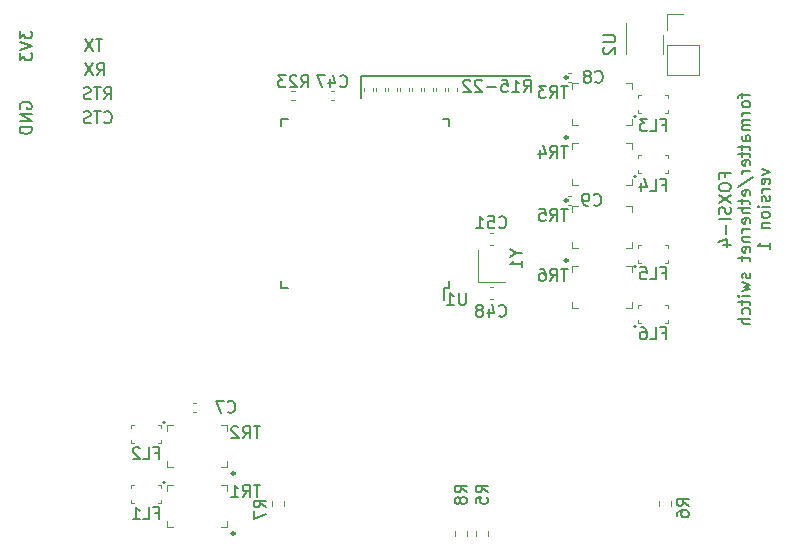
<source format=gbo>
%TF.GenerationSoftware,KiCad,Pcbnew,(6.0.2-0)*%
%TF.CreationDate,2022-10-21T16:11:50-05:00*%
%TF.ProjectId,little_switch,6c697474-6c65-45f7-9377-697463682e6b,1*%
%TF.SameCoordinates,PX4221330PY3d0af40*%
%TF.FileFunction,Legend,Bot*%
%TF.FilePolarity,Positive*%
%FSLAX46Y46*%
G04 Gerber Fmt 4.6, Leading zero omitted, Abs format (unit mm)*
G04 Created by KiCad (PCBNEW (6.0.2-0)) date 2022-10-21 16:11:50*
%MOMM*%
%LPD*%
G01*
G04 APERTURE LIST*
%ADD10C,0.152400*%
%ADD11C,0.150000*%
%ADD12C,0.120000*%
%ADD13C,0.254000*%
G04 APERTURE END LIST*
D10*
X4066298Y-11665857D02*
X4114679Y-11714238D01*
X4259821Y-11762619D01*
X4356583Y-11762619D01*
X4501726Y-11714238D01*
X4598488Y-11617476D01*
X4646869Y-11520714D01*
X4695250Y-11327190D01*
X4695250Y-11182047D01*
X4646869Y-10988523D01*
X4598488Y-10891761D01*
X4501726Y-10795000D01*
X4356583Y-10746619D01*
X4259821Y-10746619D01*
X4114679Y-10795000D01*
X4066298Y-10843380D01*
X3776012Y-10746619D02*
X3195440Y-10746619D01*
X3485726Y-11762619D02*
X3485726Y-10746619D01*
X2905155Y-11714238D02*
X2760012Y-11762619D01*
X2518107Y-11762619D01*
X2421345Y-11714238D01*
X2372964Y-11665857D01*
X2324583Y-11569095D01*
X2324583Y-11472333D01*
X2372964Y-11375571D01*
X2421345Y-11327190D01*
X2518107Y-11278809D01*
X2711631Y-11230428D01*
X2808393Y-11182047D01*
X2856774Y-11133666D01*
X2905155Y-11036904D01*
X2905155Y-10940142D01*
X2856774Y-10843380D01*
X2808393Y-10795000D01*
X2711631Y-10746619D01*
X2469726Y-10746619D01*
X2324583Y-10795000D01*
X4066298Y-9730619D02*
X4404964Y-9246809D01*
X4646869Y-9730619D02*
X4646869Y-8714619D01*
X4259821Y-8714619D01*
X4163060Y-8763000D01*
X4114679Y-8811380D01*
X4066298Y-8908142D01*
X4066298Y-9053285D01*
X4114679Y-9150047D01*
X4163060Y-9198428D01*
X4259821Y-9246809D01*
X4646869Y-9246809D01*
X3776012Y-8714619D02*
X3195440Y-8714619D01*
X3485726Y-9730619D02*
X3485726Y-8714619D01*
X2905155Y-9682238D02*
X2760012Y-9730619D01*
X2518107Y-9730619D01*
X2421345Y-9682238D01*
X2372964Y-9633857D01*
X2324583Y-9537095D01*
X2324583Y-9440333D01*
X2372964Y-9343571D01*
X2421345Y-9295190D01*
X2518107Y-9246809D01*
X2711631Y-9198428D01*
X2808393Y-9150047D01*
X2856774Y-9101666D01*
X2905155Y-9004904D01*
X2905155Y-8908142D01*
X2856774Y-8811380D01*
X2808393Y-8763000D01*
X2711631Y-8714619D01*
X2469726Y-8714619D01*
X2324583Y-8763000D01*
X3419202Y-7698619D02*
X3757869Y-7214809D01*
X3999774Y-7698619D02*
X3999774Y-6682619D01*
X3612726Y-6682619D01*
X3515964Y-6731000D01*
X3467583Y-6779380D01*
X3419202Y-6876142D01*
X3419202Y-7021285D01*
X3467583Y-7118047D01*
X3515964Y-7166428D01*
X3612726Y-7214809D01*
X3999774Y-7214809D01*
X3080536Y-6682619D02*
X2403202Y-7698619D01*
X2403202Y-6682619D02*
X3080536Y-7698619D01*
X3903012Y-4650619D02*
X3322440Y-4650619D01*
X3612726Y-5666619D02*
X3612726Y-4650619D01*
X3080536Y-4650619D02*
X2403202Y-5666619D01*
X2403202Y-4650619D02*
X3080536Y-5666619D01*
X-3048000Y-10528904D02*
X-3096381Y-10432142D01*
X-3096381Y-10287000D01*
X-3048000Y-10141857D01*
X-2951239Y-10045095D01*
X-2854477Y-9996714D01*
X-2660953Y-9948333D01*
X-2515810Y-9948333D01*
X-2322286Y-9996714D01*
X-2225524Y-10045095D01*
X-2128762Y-10141857D01*
X-2080381Y-10287000D01*
X-2080381Y-10383761D01*
X-2128762Y-10528904D01*
X-2177143Y-10577285D01*
X-2515810Y-10577285D01*
X-2515810Y-10383761D01*
X-2080381Y-11012714D02*
X-3096381Y-11012714D01*
X-2080381Y-11593285D01*
X-3096381Y-11593285D01*
X-2080381Y-12077095D02*
X-3096381Y-12077095D01*
X-3096381Y-12319000D01*
X-3048000Y-12464142D01*
X-2951239Y-12560904D01*
X-2854477Y-12609285D01*
X-2660953Y-12657666D01*
X-2515810Y-12657666D01*
X-2322286Y-12609285D01*
X-2225524Y-12560904D01*
X-2128762Y-12464142D01*
X-2080381Y-12319000D01*
X-2080381Y-12077095D01*
X-3096381Y-3949095D02*
X-3096381Y-4578047D01*
X-2709334Y-4239380D01*
X-2709334Y-4384523D01*
X-2660953Y-4481285D01*
X-2612572Y-4529666D01*
X-2515810Y-4578047D01*
X-2273905Y-4578047D01*
X-2177143Y-4529666D01*
X-2128762Y-4481285D01*
X-2080381Y-4384523D01*
X-2080381Y-4094238D01*
X-2128762Y-3997476D01*
X-2177143Y-3949095D01*
X-3096381Y-4868333D02*
X-2080381Y-5207000D01*
X-3096381Y-5545666D01*
X-3096381Y-5787571D02*
X-3096381Y-6416523D01*
X-2709334Y-6077857D01*
X-2709334Y-6223000D01*
X-2660953Y-6319761D01*
X-2612572Y-6368142D01*
X-2515810Y-6416523D01*
X-2273905Y-6416523D01*
X-2177143Y-6368142D01*
X-2128762Y-6319761D01*
X-2080381Y-6223000D01*
X-2080381Y-5932714D01*
X-2128762Y-5835952D01*
X-2177143Y-5787571D01*
X56584668Y-16340666D02*
X56584668Y-16002000D01*
X57116859Y-16002000D02*
X56100859Y-16002000D01*
X56100859Y-16485809D01*
X56100859Y-17066380D02*
X56100859Y-17259904D01*
X56149240Y-17356666D01*
X56246001Y-17453428D01*
X56439525Y-17501809D01*
X56778192Y-17501809D01*
X56971716Y-17453428D01*
X57068478Y-17356666D01*
X57116859Y-17259904D01*
X57116859Y-17066380D01*
X57068478Y-16969619D01*
X56971716Y-16872857D01*
X56778192Y-16824476D01*
X56439525Y-16824476D01*
X56246001Y-16872857D01*
X56149240Y-16969619D01*
X56100859Y-17066380D01*
X56100859Y-17840476D02*
X57116859Y-18517809D01*
X56100859Y-18517809D02*
X57116859Y-17840476D01*
X57068478Y-18856476D02*
X57116859Y-19001619D01*
X57116859Y-19243523D01*
X57068478Y-19340285D01*
X57020097Y-19388666D01*
X56923335Y-19437047D01*
X56826573Y-19437047D01*
X56729811Y-19388666D01*
X56681430Y-19340285D01*
X56633049Y-19243523D01*
X56584668Y-19050000D01*
X56536287Y-18953238D01*
X56487906Y-18904857D01*
X56391144Y-18856476D01*
X56294382Y-18856476D01*
X56197620Y-18904857D01*
X56149240Y-18953238D01*
X56100859Y-19050000D01*
X56100859Y-19291904D01*
X56149240Y-19437047D01*
X57116859Y-19872476D02*
X56100859Y-19872476D01*
X56729811Y-20356285D02*
X56729811Y-21130380D01*
X56439525Y-22049619D02*
X57116859Y-22049619D01*
X56052478Y-21807714D02*
X56778192Y-21565809D01*
X56778192Y-22194761D01*
X58075285Y-9204476D02*
X58075285Y-9591523D01*
X58752619Y-9349619D02*
X57881761Y-9349619D01*
X57785000Y-9398000D01*
X57736619Y-9494761D01*
X57736619Y-9591523D01*
X58752619Y-10075333D02*
X58704238Y-9978571D01*
X58655857Y-9930190D01*
X58559095Y-9881809D01*
X58268809Y-9881809D01*
X58172047Y-9930190D01*
X58123666Y-9978571D01*
X58075285Y-10075333D01*
X58075285Y-10220476D01*
X58123666Y-10317238D01*
X58172047Y-10365619D01*
X58268809Y-10414000D01*
X58559095Y-10414000D01*
X58655857Y-10365619D01*
X58704238Y-10317238D01*
X58752619Y-10220476D01*
X58752619Y-10075333D01*
X58752619Y-10849428D02*
X58075285Y-10849428D01*
X58268809Y-10849428D02*
X58172047Y-10897809D01*
X58123666Y-10946190D01*
X58075285Y-11042952D01*
X58075285Y-11139714D01*
X58752619Y-11478380D02*
X58075285Y-11478380D01*
X58172047Y-11478380D02*
X58123666Y-11526761D01*
X58075285Y-11623523D01*
X58075285Y-11768666D01*
X58123666Y-11865428D01*
X58220428Y-11913809D01*
X58752619Y-11913809D01*
X58220428Y-11913809D02*
X58123666Y-11962190D01*
X58075285Y-12058952D01*
X58075285Y-12204095D01*
X58123666Y-12300857D01*
X58220428Y-12349238D01*
X58752619Y-12349238D01*
X58752619Y-13268476D02*
X58220428Y-13268476D01*
X58123666Y-13220095D01*
X58075285Y-13123333D01*
X58075285Y-12929809D01*
X58123666Y-12833047D01*
X58704238Y-13268476D02*
X58752619Y-13171714D01*
X58752619Y-12929809D01*
X58704238Y-12833047D01*
X58607476Y-12784666D01*
X58510714Y-12784666D01*
X58413952Y-12833047D01*
X58365571Y-12929809D01*
X58365571Y-13171714D01*
X58317190Y-13268476D01*
X58075285Y-13607142D02*
X58075285Y-13994190D01*
X57736619Y-13752285D02*
X58607476Y-13752285D01*
X58704238Y-13800666D01*
X58752619Y-13897428D01*
X58752619Y-13994190D01*
X58075285Y-14187714D02*
X58075285Y-14574761D01*
X57736619Y-14332857D02*
X58607476Y-14332857D01*
X58704238Y-14381238D01*
X58752619Y-14478000D01*
X58752619Y-14574761D01*
X58704238Y-15300476D02*
X58752619Y-15203714D01*
X58752619Y-15010190D01*
X58704238Y-14913428D01*
X58607476Y-14865047D01*
X58220428Y-14865047D01*
X58123666Y-14913428D01*
X58075285Y-15010190D01*
X58075285Y-15203714D01*
X58123666Y-15300476D01*
X58220428Y-15348857D01*
X58317190Y-15348857D01*
X58413952Y-14865047D01*
X58752619Y-15784285D02*
X58075285Y-15784285D01*
X58268809Y-15784285D02*
X58172047Y-15832666D01*
X58123666Y-15881047D01*
X58075285Y-15977809D01*
X58075285Y-16074571D01*
X57688238Y-17138952D02*
X58994523Y-16268095D01*
X58704238Y-17864666D02*
X58752619Y-17767904D01*
X58752619Y-17574380D01*
X58704238Y-17477619D01*
X58607476Y-17429238D01*
X58220428Y-17429238D01*
X58123666Y-17477619D01*
X58075285Y-17574380D01*
X58075285Y-17767904D01*
X58123666Y-17864666D01*
X58220428Y-17913047D01*
X58317190Y-17913047D01*
X58413952Y-17429238D01*
X58075285Y-18203333D02*
X58075285Y-18590380D01*
X57736619Y-18348476D02*
X58607476Y-18348476D01*
X58704238Y-18396857D01*
X58752619Y-18493619D01*
X58752619Y-18590380D01*
X58752619Y-18929047D02*
X57736619Y-18929047D01*
X58752619Y-19364476D02*
X58220428Y-19364476D01*
X58123666Y-19316095D01*
X58075285Y-19219333D01*
X58075285Y-19074190D01*
X58123666Y-18977428D01*
X58172047Y-18929047D01*
X58704238Y-20235333D02*
X58752619Y-20138571D01*
X58752619Y-19945047D01*
X58704238Y-19848285D01*
X58607476Y-19799904D01*
X58220428Y-19799904D01*
X58123666Y-19848285D01*
X58075285Y-19945047D01*
X58075285Y-20138571D01*
X58123666Y-20235333D01*
X58220428Y-20283714D01*
X58317190Y-20283714D01*
X58413952Y-19799904D01*
X58752619Y-20719142D02*
X58075285Y-20719142D01*
X58268809Y-20719142D02*
X58172047Y-20767523D01*
X58123666Y-20815904D01*
X58075285Y-20912666D01*
X58075285Y-21009428D01*
X58075285Y-21348095D02*
X58752619Y-21348095D01*
X58172047Y-21348095D02*
X58123666Y-21396476D01*
X58075285Y-21493238D01*
X58075285Y-21638380D01*
X58123666Y-21735142D01*
X58220428Y-21783523D01*
X58752619Y-21783523D01*
X58704238Y-22654380D02*
X58752619Y-22557619D01*
X58752619Y-22364095D01*
X58704238Y-22267333D01*
X58607476Y-22218952D01*
X58220428Y-22218952D01*
X58123666Y-22267333D01*
X58075285Y-22364095D01*
X58075285Y-22557619D01*
X58123666Y-22654380D01*
X58220428Y-22702761D01*
X58317190Y-22702761D01*
X58413952Y-22218952D01*
X58075285Y-22993047D02*
X58075285Y-23380095D01*
X57736619Y-23138190D02*
X58607476Y-23138190D01*
X58704238Y-23186571D01*
X58752619Y-23283333D01*
X58752619Y-23380095D01*
X58704238Y-24444476D02*
X58752619Y-24541238D01*
X58752619Y-24734761D01*
X58704238Y-24831523D01*
X58607476Y-24879904D01*
X58559095Y-24879904D01*
X58462333Y-24831523D01*
X58413952Y-24734761D01*
X58413952Y-24589619D01*
X58365571Y-24492857D01*
X58268809Y-24444476D01*
X58220428Y-24444476D01*
X58123666Y-24492857D01*
X58075285Y-24589619D01*
X58075285Y-24734761D01*
X58123666Y-24831523D01*
X58075285Y-25218571D02*
X58752619Y-25412095D01*
X58268809Y-25605619D01*
X58752619Y-25799142D01*
X58075285Y-25992666D01*
X58752619Y-26379714D02*
X58075285Y-26379714D01*
X57736619Y-26379714D02*
X57785000Y-26331333D01*
X57833380Y-26379714D01*
X57785000Y-26428095D01*
X57736619Y-26379714D01*
X57833380Y-26379714D01*
X58075285Y-26718380D02*
X58075285Y-27105428D01*
X57736619Y-26863523D02*
X58607476Y-26863523D01*
X58704238Y-26911904D01*
X58752619Y-27008666D01*
X58752619Y-27105428D01*
X58704238Y-27879523D02*
X58752619Y-27782761D01*
X58752619Y-27589238D01*
X58704238Y-27492476D01*
X58655857Y-27444095D01*
X58559095Y-27395714D01*
X58268809Y-27395714D01*
X58172047Y-27444095D01*
X58123666Y-27492476D01*
X58075285Y-27589238D01*
X58075285Y-27782761D01*
X58123666Y-27879523D01*
X58752619Y-28314952D02*
X57736619Y-28314952D01*
X58752619Y-28750380D02*
X58220428Y-28750380D01*
X58123666Y-28702000D01*
X58075285Y-28605238D01*
X58075285Y-28460095D01*
X58123666Y-28363333D01*
X58172047Y-28314952D01*
X59711045Y-15614952D02*
X60388379Y-15856857D01*
X59711045Y-16098761D01*
X60339998Y-16872857D02*
X60388379Y-16776095D01*
X60388379Y-16582571D01*
X60339998Y-16485809D01*
X60243236Y-16437428D01*
X59856188Y-16437428D01*
X59759426Y-16485809D01*
X59711045Y-16582571D01*
X59711045Y-16776095D01*
X59759426Y-16872857D01*
X59856188Y-16921238D01*
X59952950Y-16921238D01*
X60049712Y-16437428D01*
X60388379Y-17356666D02*
X59711045Y-17356666D01*
X59904569Y-17356666D02*
X59807807Y-17405047D01*
X59759426Y-17453428D01*
X59711045Y-17550190D01*
X59711045Y-17646952D01*
X60339998Y-17937238D02*
X60388379Y-18034000D01*
X60388379Y-18227523D01*
X60339998Y-18324285D01*
X60243236Y-18372666D01*
X60194855Y-18372666D01*
X60098093Y-18324285D01*
X60049712Y-18227523D01*
X60049712Y-18082380D01*
X60001331Y-17985619D01*
X59904569Y-17937238D01*
X59856188Y-17937238D01*
X59759426Y-17985619D01*
X59711045Y-18082380D01*
X59711045Y-18227523D01*
X59759426Y-18324285D01*
X60388379Y-18808095D02*
X59711045Y-18808095D01*
X59372379Y-18808095D02*
X59420760Y-18759714D01*
X59469140Y-18808095D01*
X59420760Y-18856476D01*
X59372379Y-18808095D01*
X59469140Y-18808095D01*
X60388379Y-19437047D02*
X60339998Y-19340285D01*
X60291617Y-19291904D01*
X60194855Y-19243523D01*
X59904569Y-19243523D01*
X59807807Y-19291904D01*
X59759426Y-19340285D01*
X59711045Y-19437047D01*
X59711045Y-19582190D01*
X59759426Y-19678952D01*
X59807807Y-19727333D01*
X59904569Y-19775714D01*
X60194855Y-19775714D01*
X60291617Y-19727333D01*
X60339998Y-19678952D01*
X60388379Y-19582190D01*
X60388379Y-19437047D01*
X59711045Y-20211142D02*
X60388379Y-20211142D01*
X59807807Y-20211142D02*
X59759426Y-20259523D01*
X59711045Y-20356285D01*
X59711045Y-20501428D01*
X59759426Y-20598190D01*
X59856188Y-20646571D01*
X60388379Y-20646571D01*
X60388379Y-22436666D02*
X60388379Y-21856095D01*
X60388379Y-22146380D02*
X59372379Y-22146380D01*
X59517521Y-22049619D01*
X59614283Y-21952857D01*
X59662664Y-21856095D01*
X39587714Y-9095619D02*
X39926380Y-8611809D01*
X40168285Y-9095619D02*
X40168285Y-8079619D01*
X39781238Y-8079619D01*
X39684476Y-8128000D01*
X39636095Y-8176380D01*
X39587714Y-8273142D01*
X39587714Y-8418285D01*
X39636095Y-8515047D01*
X39684476Y-8563428D01*
X39781238Y-8611809D01*
X40168285Y-8611809D01*
X38620095Y-9095619D02*
X39200666Y-9095619D01*
X38910380Y-9095619D02*
X38910380Y-8079619D01*
X39007142Y-8224761D01*
X39103904Y-8321523D01*
X39200666Y-8369904D01*
X37700857Y-8079619D02*
X38184666Y-8079619D01*
X38233047Y-8563428D01*
X38184666Y-8515047D01*
X38087904Y-8466666D01*
X37846000Y-8466666D01*
X37749238Y-8515047D01*
X37700857Y-8563428D01*
X37652476Y-8660190D01*
X37652476Y-8902095D01*
X37700857Y-8998857D01*
X37749238Y-9047238D01*
X37846000Y-9095619D01*
X38087904Y-9095619D01*
X38184666Y-9047238D01*
X38233047Y-8998857D01*
X37217047Y-8708571D02*
X36442952Y-8708571D01*
X36007523Y-8176380D02*
X35959142Y-8128000D01*
X35862380Y-8079619D01*
X35620476Y-8079619D01*
X35523714Y-8128000D01*
X35475333Y-8176380D01*
X35426952Y-8273142D01*
X35426952Y-8369904D01*
X35475333Y-8515047D01*
X36055904Y-9095619D01*
X35426952Y-9095619D01*
X35039904Y-8176380D02*
X34991523Y-8128000D01*
X34894761Y-8079619D01*
X34652857Y-8079619D01*
X34556095Y-8128000D01*
X34507714Y-8176380D01*
X34459333Y-8273142D01*
X34459333Y-8369904D01*
X34507714Y-8515047D01*
X35088285Y-9095619D01*
X34459333Y-9095619D01*
D11*
X25781000Y-7747000D02*
X40132000Y-7747000D01*
X25781000Y-9652000D02*
X25781000Y-7747000D01*
D10*
%TO.C,Y1*%
X38964809Y-22757190D02*
X39448619Y-22757190D01*
X38432619Y-22418523D02*
X38964809Y-22757190D01*
X38432619Y-23095857D01*
X39448619Y-23966714D02*
X39448619Y-23386142D01*
X39448619Y-23676428D02*
X38432619Y-23676428D01*
X38577761Y-23579666D01*
X38674523Y-23482904D01*
X38722904Y-23386142D01*
%TO.C,FL1*%
X8369904Y-44758428D02*
X8708571Y-44758428D01*
X8708571Y-45290619D02*
X8708571Y-44274619D01*
X8224761Y-44274619D01*
X7353904Y-45290619D02*
X7837714Y-45290619D01*
X7837714Y-44274619D01*
X6483047Y-45290619D02*
X7063619Y-45290619D01*
X6773333Y-45290619D02*
X6773333Y-44274619D01*
X6870095Y-44419761D01*
X6966857Y-44516523D01*
X7063619Y-44564904D01*
%TO.C,TR5*%
X43319095Y-19001619D02*
X42738523Y-19001619D01*
X43028809Y-20017619D02*
X43028809Y-19001619D01*
X41819285Y-20017619D02*
X42157952Y-19533809D01*
X42399857Y-20017619D02*
X42399857Y-19001619D01*
X42012809Y-19001619D01*
X41916047Y-19050000D01*
X41867666Y-19098380D01*
X41819285Y-19195142D01*
X41819285Y-19340285D01*
X41867666Y-19437047D01*
X41916047Y-19485428D01*
X42012809Y-19533809D01*
X42399857Y-19533809D01*
X40900047Y-19001619D02*
X41383857Y-19001619D01*
X41432238Y-19485428D01*
X41383857Y-19437047D01*
X41287095Y-19388666D01*
X41045190Y-19388666D01*
X40948428Y-19437047D01*
X40900047Y-19485428D01*
X40851666Y-19582190D01*
X40851666Y-19824095D01*
X40900047Y-19920857D01*
X40948428Y-19969238D01*
X41045190Y-20017619D01*
X41287095Y-20017619D01*
X41383857Y-19969238D01*
X41432238Y-19920857D01*
%TO.C,C7*%
X14520333Y-36176857D02*
X14568714Y-36225238D01*
X14713857Y-36273619D01*
X14810619Y-36273619D01*
X14955761Y-36225238D01*
X15052523Y-36128476D01*
X15100904Y-36031714D01*
X15149285Y-35838190D01*
X15149285Y-35693047D01*
X15100904Y-35499523D01*
X15052523Y-35402761D01*
X14955761Y-35306000D01*
X14810619Y-35257619D01*
X14713857Y-35257619D01*
X14568714Y-35306000D01*
X14520333Y-35354380D01*
X14181666Y-35257619D02*
X13504333Y-35257619D01*
X13939761Y-36273619D01*
%TO.C,C47*%
X24021142Y-8617857D02*
X24069523Y-8666238D01*
X24214666Y-8714619D01*
X24311428Y-8714619D01*
X24456571Y-8666238D01*
X24553333Y-8569476D01*
X24601714Y-8472714D01*
X24650095Y-8279190D01*
X24650095Y-8134047D01*
X24601714Y-7940523D01*
X24553333Y-7843761D01*
X24456571Y-7747000D01*
X24311428Y-7698619D01*
X24214666Y-7698619D01*
X24069523Y-7747000D01*
X24021142Y-7795380D01*
X23150285Y-8037285D02*
X23150285Y-8714619D01*
X23392190Y-7650238D02*
X23634095Y-8375952D01*
X23005142Y-8375952D01*
X22714857Y-7698619D02*
X22037523Y-7698619D01*
X22472952Y-8714619D01*
%TO.C,FL4*%
X51295904Y-16945428D02*
X51634571Y-16945428D01*
X51634571Y-17477619D02*
X51634571Y-16461619D01*
X51150761Y-16461619D01*
X50279904Y-17477619D02*
X50763714Y-17477619D01*
X50763714Y-16461619D01*
X49505809Y-16800285D02*
X49505809Y-17477619D01*
X49747714Y-16413238D02*
X49989619Y-17138952D01*
X49360666Y-17138952D01*
%TO.C,TR3*%
X43319095Y-8587619D02*
X42738523Y-8587619D01*
X43028809Y-9603619D02*
X43028809Y-8587619D01*
X41819285Y-9603619D02*
X42157952Y-9119809D01*
X42399857Y-9603619D02*
X42399857Y-8587619D01*
X42012809Y-8587619D01*
X41916047Y-8636000D01*
X41867666Y-8684380D01*
X41819285Y-8781142D01*
X41819285Y-8926285D01*
X41867666Y-9023047D01*
X41916047Y-9071428D01*
X42012809Y-9119809D01*
X42399857Y-9119809D01*
X41480619Y-8587619D02*
X40851666Y-8587619D01*
X41190333Y-8974666D01*
X41045190Y-8974666D01*
X40948428Y-9023047D01*
X40900047Y-9071428D01*
X40851666Y-9168190D01*
X40851666Y-9410095D01*
X40900047Y-9506857D01*
X40948428Y-9555238D01*
X41045190Y-9603619D01*
X41335476Y-9603619D01*
X41432238Y-9555238D01*
X41480619Y-9506857D01*
%TO.C,R23*%
X20719142Y-8714619D02*
X21057809Y-8230809D01*
X21299714Y-8714619D02*
X21299714Y-7698619D01*
X20912666Y-7698619D01*
X20815904Y-7747000D01*
X20767523Y-7795380D01*
X20719142Y-7892142D01*
X20719142Y-8037285D01*
X20767523Y-8134047D01*
X20815904Y-8182428D01*
X20912666Y-8230809D01*
X21299714Y-8230809D01*
X20332095Y-7795380D02*
X20283714Y-7747000D01*
X20186952Y-7698619D01*
X19945047Y-7698619D01*
X19848285Y-7747000D01*
X19799904Y-7795380D01*
X19751523Y-7892142D01*
X19751523Y-7988904D01*
X19799904Y-8134047D01*
X20380476Y-8714619D01*
X19751523Y-8714619D01*
X19412857Y-7698619D02*
X18783904Y-7698619D01*
X19122571Y-8085666D01*
X18977428Y-8085666D01*
X18880666Y-8134047D01*
X18832285Y-8182428D01*
X18783904Y-8279190D01*
X18783904Y-8521095D01*
X18832285Y-8617857D01*
X18880666Y-8666238D01*
X18977428Y-8714619D01*
X19267714Y-8714619D01*
X19364476Y-8666238D01*
X19412857Y-8617857D01*
%TO.C,R8*%
X34749619Y-43010666D02*
X34265809Y-42672000D01*
X34749619Y-42430095D02*
X33733619Y-42430095D01*
X33733619Y-42817142D01*
X33782000Y-42913904D01*
X33830380Y-42962285D01*
X33927142Y-43010666D01*
X34072285Y-43010666D01*
X34169047Y-42962285D01*
X34217428Y-42913904D01*
X34265809Y-42817142D01*
X34265809Y-42430095D01*
X34169047Y-43591238D02*
X34120666Y-43494476D01*
X34072285Y-43446095D01*
X33975523Y-43397714D01*
X33927142Y-43397714D01*
X33830380Y-43446095D01*
X33782000Y-43494476D01*
X33733619Y-43591238D01*
X33733619Y-43784761D01*
X33782000Y-43881523D01*
X33830380Y-43929904D01*
X33927142Y-43978285D01*
X33975523Y-43978285D01*
X34072285Y-43929904D01*
X34120666Y-43881523D01*
X34169047Y-43784761D01*
X34169047Y-43591238D01*
X34217428Y-43494476D01*
X34265809Y-43446095D01*
X34362571Y-43397714D01*
X34556095Y-43397714D01*
X34652857Y-43446095D01*
X34701238Y-43494476D01*
X34749619Y-43591238D01*
X34749619Y-43784761D01*
X34701238Y-43881523D01*
X34652857Y-43929904D01*
X34556095Y-43978285D01*
X34362571Y-43978285D01*
X34265809Y-43929904D01*
X34217428Y-43881523D01*
X34169047Y-43784761D01*
%TO.C,U1*%
X34683095Y-26113619D02*
X34683095Y-26936095D01*
X34634714Y-27032857D01*
X34586333Y-27081238D01*
X34489571Y-27129619D01*
X34296047Y-27129619D01*
X34199285Y-27081238D01*
X34150904Y-27032857D01*
X34102523Y-26936095D01*
X34102523Y-26113619D01*
X33086523Y-27129619D02*
X33667095Y-27129619D01*
X33376809Y-27129619D02*
X33376809Y-26113619D01*
X33473571Y-26258761D01*
X33570333Y-26355523D01*
X33667095Y-26403904D01*
%TO.C,R7*%
X17731619Y-44280666D02*
X17247809Y-43942000D01*
X17731619Y-43700095D02*
X16715619Y-43700095D01*
X16715619Y-44087142D01*
X16764000Y-44183904D01*
X16812380Y-44232285D01*
X16909142Y-44280666D01*
X17054285Y-44280666D01*
X17151047Y-44232285D01*
X17199428Y-44183904D01*
X17247809Y-44087142D01*
X17247809Y-43700095D01*
X16715619Y-44619333D02*
X16715619Y-45296666D01*
X17731619Y-44861238D01*
%TO.C,C9*%
X45508333Y-18650857D02*
X45556714Y-18699238D01*
X45701857Y-18747619D01*
X45798619Y-18747619D01*
X45943761Y-18699238D01*
X46040523Y-18602476D01*
X46088904Y-18505714D01*
X46137285Y-18312190D01*
X46137285Y-18167047D01*
X46088904Y-17973523D01*
X46040523Y-17876761D01*
X45943761Y-17780000D01*
X45798619Y-17731619D01*
X45701857Y-17731619D01*
X45556714Y-17780000D01*
X45508333Y-17828380D01*
X45024523Y-18747619D02*
X44831000Y-18747619D01*
X44734238Y-18699238D01*
X44685857Y-18650857D01*
X44589095Y-18505714D01*
X44540714Y-18312190D01*
X44540714Y-17925142D01*
X44589095Y-17828380D01*
X44637476Y-17780000D01*
X44734238Y-17731619D01*
X44927761Y-17731619D01*
X45024523Y-17780000D01*
X45072904Y-17828380D01*
X45121285Y-17925142D01*
X45121285Y-18167047D01*
X45072904Y-18263809D01*
X45024523Y-18312190D01*
X44927761Y-18360571D01*
X44734238Y-18360571D01*
X44637476Y-18312190D01*
X44589095Y-18263809D01*
X44540714Y-18167047D01*
%TO.C,FL2*%
X8369904Y-39678428D02*
X8708571Y-39678428D01*
X8708571Y-40210619D02*
X8708571Y-39194619D01*
X8224761Y-39194619D01*
X7353904Y-40210619D02*
X7837714Y-40210619D01*
X7837714Y-39194619D01*
X7063619Y-39291380D02*
X7015238Y-39243000D01*
X6918476Y-39194619D01*
X6676571Y-39194619D01*
X6579809Y-39243000D01*
X6531428Y-39291380D01*
X6483047Y-39388142D01*
X6483047Y-39484904D01*
X6531428Y-39630047D01*
X7112000Y-40210619D01*
X6483047Y-40210619D01*
%TO.C,C48*%
X37483142Y-28048857D02*
X37531523Y-28097238D01*
X37676666Y-28145619D01*
X37773428Y-28145619D01*
X37918571Y-28097238D01*
X38015333Y-28000476D01*
X38063714Y-27903714D01*
X38112095Y-27710190D01*
X38112095Y-27565047D01*
X38063714Y-27371523D01*
X38015333Y-27274761D01*
X37918571Y-27178000D01*
X37773428Y-27129619D01*
X37676666Y-27129619D01*
X37531523Y-27178000D01*
X37483142Y-27226380D01*
X36612285Y-27468285D02*
X36612285Y-28145619D01*
X36854190Y-27081238D02*
X37096095Y-27806952D01*
X36467142Y-27806952D01*
X35934952Y-27565047D02*
X36031714Y-27516666D01*
X36080095Y-27468285D01*
X36128476Y-27371523D01*
X36128476Y-27323142D01*
X36080095Y-27226380D01*
X36031714Y-27178000D01*
X35934952Y-27129619D01*
X35741428Y-27129619D01*
X35644666Y-27178000D01*
X35596285Y-27226380D01*
X35547904Y-27323142D01*
X35547904Y-27371523D01*
X35596285Y-27468285D01*
X35644666Y-27516666D01*
X35741428Y-27565047D01*
X35934952Y-27565047D01*
X36031714Y-27613428D01*
X36080095Y-27661809D01*
X36128476Y-27758571D01*
X36128476Y-27952095D01*
X36080095Y-28048857D01*
X36031714Y-28097238D01*
X35934952Y-28145619D01*
X35741428Y-28145619D01*
X35644666Y-28097238D01*
X35596285Y-28048857D01*
X35547904Y-27952095D01*
X35547904Y-27758571D01*
X35596285Y-27661809D01*
X35644666Y-27613428D01*
X35741428Y-27565047D01*
%TO.C,FL5*%
X51295904Y-24438428D02*
X51634571Y-24438428D01*
X51634571Y-24970619D02*
X51634571Y-23954619D01*
X51150761Y-23954619D01*
X50279904Y-24970619D02*
X50763714Y-24970619D01*
X50763714Y-23954619D01*
X49457428Y-23954619D02*
X49941238Y-23954619D01*
X49989619Y-24438428D01*
X49941238Y-24390047D01*
X49844476Y-24341666D01*
X49602571Y-24341666D01*
X49505809Y-24390047D01*
X49457428Y-24438428D01*
X49409047Y-24535190D01*
X49409047Y-24777095D01*
X49457428Y-24873857D01*
X49505809Y-24922238D01*
X49602571Y-24970619D01*
X49844476Y-24970619D01*
X49941238Y-24922238D01*
X49989619Y-24873857D01*
%TO.C,TR6*%
X43319095Y-24081619D02*
X42738523Y-24081619D01*
X43028809Y-25097619D02*
X43028809Y-24081619D01*
X41819285Y-25097619D02*
X42157952Y-24613809D01*
X42399857Y-25097619D02*
X42399857Y-24081619D01*
X42012809Y-24081619D01*
X41916047Y-24130000D01*
X41867666Y-24178380D01*
X41819285Y-24275142D01*
X41819285Y-24420285D01*
X41867666Y-24517047D01*
X41916047Y-24565428D01*
X42012809Y-24613809D01*
X42399857Y-24613809D01*
X40948428Y-24081619D02*
X41141952Y-24081619D01*
X41238714Y-24130000D01*
X41287095Y-24178380D01*
X41383857Y-24323523D01*
X41432238Y-24517047D01*
X41432238Y-24904095D01*
X41383857Y-25000857D01*
X41335476Y-25049238D01*
X41238714Y-25097619D01*
X41045190Y-25097619D01*
X40948428Y-25049238D01*
X40900047Y-25000857D01*
X40851666Y-24904095D01*
X40851666Y-24662190D01*
X40900047Y-24565428D01*
X40948428Y-24517047D01*
X41045190Y-24468666D01*
X41238714Y-24468666D01*
X41335476Y-24517047D01*
X41383857Y-24565428D01*
X41432238Y-24662190D01*
%TO.C,TR1*%
X17284095Y-42369619D02*
X16703523Y-42369619D01*
X16993809Y-43385619D02*
X16993809Y-42369619D01*
X15784285Y-43385619D02*
X16122952Y-42901809D01*
X16364857Y-43385619D02*
X16364857Y-42369619D01*
X15977809Y-42369619D01*
X15881047Y-42418000D01*
X15832666Y-42466380D01*
X15784285Y-42563142D01*
X15784285Y-42708285D01*
X15832666Y-42805047D01*
X15881047Y-42853428D01*
X15977809Y-42901809D01*
X16364857Y-42901809D01*
X14816666Y-43385619D02*
X15397238Y-43385619D01*
X15106952Y-43385619D02*
X15106952Y-42369619D01*
X15203714Y-42514761D01*
X15300476Y-42611523D01*
X15397238Y-42659904D01*
%TO.C,C8*%
X45635333Y-8236857D02*
X45683714Y-8285238D01*
X45828857Y-8333619D01*
X45925619Y-8333619D01*
X46070761Y-8285238D01*
X46167523Y-8188476D01*
X46215904Y-8091714D01*
X46264285Y-7898190D01*
X46264285Y-7753047D01*
X46215904Y-7559523D01*
X46167523Y-7462761D01*
X46070761Y-7366000D01*
X45925619Y-7317619D01*
X45828857Y-7317619D01*
X45683714Y-7366000D01*
X45635333Y-7414380D01*
X45054761Y-7753047D02*
X45151523Y-7704666D01*
X45199904Y-7656285D01*
X45248285Y-7559523D01*
X45248285Y-7511142D01*
X45199904Y-7414380D01*
X45151523Y-7366000D01*
X45054761Y-7317619D01*
X44861238Y-7317619D01*
X44764476Y-7366000D01*
X44716095Y-7414380D01*
X44667714Y-7511142D01*
X44667714Y-7559523D01*
X44716095Y-7656285D01*
X44764476Y-7704666D01*
X44861238Y-7753047D01*
X45054761Y-7753047D01*
X45151523Y-7801428D01*
X45199904Y-7849809D01*
X45248285Y-7946571D01*
X45248285Y-8140095D01*
X45199904Y-8236857D01*
X45151523Y-8285238D01*
X45054761Y-8333619D01*
X44861238Y-8333619D01*
X44764476Y-8285238D01*
X44716095Y-8236857D01*
X44667714Y-8140095D01*
X44667714Y-7946571D01*
X44716095Y-7849809D01*
X44764476Y-7801428D01*
X44861238Y-7753047D01*
%TO.C,FL3*%
X51295904Y-11865428D02*
X51634571Y-11865428D01*
X51634571Y-12397619D02*
X51634571Y-11381619D01*
X51150761Y-11381619D01*
X50279904Y-12397619D02*
X50763714Y-12397619D01*
X50763714Y-11381619D01*
X50038000Y-11381619D02*
X49409047Y-11381619D01*
X49747714Y-11768666D01*
X49602571Y-11768666D01*
X49505809Y-11817047D01*
X49457428Y-11865428D01*
X49409047Y-11962190D01*
X49409047Y-12204095D01*
X49457428Y-12300857D01*
X49505809Y-12349238D01*
X49602571Y-12397619D01*
X49892857Y-12397619D01*
X49989619Y-12349238D01*
X50038000Y-12300857D01*
%TO.C,R6*%
X53545619Y-44153666D02*
X53061809Y-43815000D01*
X53545619Y-43573095D02*
X52529619Y-43573095D01*
X52529619Y-43960142D01*
X52578000Y-44056904D01*
X52626380Y-44105285D01*
X52723142Y-44153666D01*
X52868285Y-44153666D01*
X52965047Y-44105285D01*
X53013428Y-44056904D01*
X53061809Y-43960142D01*
X53061809Y-43573095D01*
X52529619Y-45024523D02*
X52529619Y-44831000D01*
X52578000Y-44734238D01*
X52626380Y-44685857D01*
X52771523Y-44589095D01*
X52965047Y-44540714D01*
X53352095Y-44540714D01*
X53448857Y-44589095D01*
X53497238Y-44637476D01*
X53545619Y-44734238D01*
X53545619Y-44927761D01*
X53497238Y-45024523D01*
X53448857Y-45072904D01*
X53352095Y-45121285D01*
X53110190Y-45121285D01*
X53013428Y-45072904D01*
X52965047Y-45024523D01*
X52916666Y-44927761D01*
X52916666Y-44734238D01*
X52965047Y-44637476D01*
X53013428Y-44589095D01*
X53110190Y-44540714D01*
%TO.C,C51*%
X37483142Y-20555857D02*
X37531523Y-20604238D01*
X37676666Y-20652619D01*
X37773428Y-20652619D01*
X37918571Y-20604238D01*
X38015333Y-20507476D01*
X38063714Y-20410714D01*
X38112095Y-20217190D01*
X38112095Y-20072047D01*
X38063714Y-19878523D01*
X38015333Y-19781761D01*
X37918571Y-19685000D01*
X37773428Y-19636619D01*
X37676666Y-19636619D01*
X37531523Y-19685000D01*
X37483142Y-19733380D01*
X36563904Y-19636619D02*
X37047714Y-19636619D01*
X37096095Y-20120428D01*
X37047714Y-20072047D01*
X36950952Y-20023666D01*
X36709047Y-20023666D01*
X36612285Y-20072047D01*
X36563904Y-20120428D01*
X36515523Y-20217190D01*
X36515523Y-20459095D01*
X36563904Y-20555857D01*
X36612285Y-20604238D01*
X36709047Y-20652619D01*
X36950952Y-20652619D01*
X37047714Y-20604238D01*
X37096095Y-20555857D01*
X35547904Y-20652619D02*
X36128476Y-20652619D01*
X35838190Y-20652619D02*
X35838190Y-19636619D01*
X35934952Y-19781761D01*
X36031714Y-19878523D01*
X36128476Y-19926904D01*
%TO.C,FL6*%
X51295904Y-29518428D02*
X51634571Y-29518428D01*
X51634571Y-30050619D02*
X51634571Y-29034619D01*
X51150761Y-29034619D01*
X50279904Y-30050619D02*
X50763714Y-30050619D01*
X50763714Y-29034619D01*
X49505809Y-29034619D02*
X49699333Y-29034619D01*
X49796095Y-29083000D01*
X49844476Y-29131380D01*
X49941238Y-29276523D01*
X49989619Y-29470047D01*
X49989619Y-29857095D01*
X49941238Y-29953857D01*
X49892857Y-30002238D01*
X49796095Y-30050619D01*
X49602571Y-30050619D01*
X49505809Y-30002238D01*
X49457428Y-29953857D01*
X49409047Y-29857095D01*
X49409047Y-29615190D01*
X49457428Y-29518428D01*
X49505809Y-29470047D01*
X49602571Y-29421666D01*
X49796095Y-29421666D01*
X49892857Y-29470047D01*
X49941238Y-29518428D01*
X49989619Y-29615190D01*
%TO.C,TR4*%
X43319095Y-13667619D02*
X42738523Y-13667619D01*
X43028809Y-14683619D02*
X43028809Y-13667619D01*
X41819285Y-14683619D02*
X42157952Y-14199809D01*
X42399857Y-14683619D02*
X42399857Y-13667619D01*
X42012809Y-13667619D01*
X41916047Y-13716000D01*
X41867666Y-13764380D01*
X41819285Y-13861142D01*
X41819285Y-14006285D01*
X41867666Y-14103047D01*
X41916047Y-14151428D01*
X42012809Y-14199809D01*
X42399857Y-14199809D01*
X40948428Y-14006285D02*
X40948428Y-14683619D01*
X41190333Y-13619238D02*
X41432238Y-14344952D01*
X40803285Y-14344952D01*
%TO.C,TR2*%
X17284095Y-37416619D02*
X16703523Y-37416619D01*
X16993809Y-38432619D02*
X16993809Y-37416619D01*
X15784285Y-38432619D02*
X16122952Y-37948809D01*
X16364857Y-38432619D02*
X16364857Y-37416619D01*
X15977809Y-37416619D01*
X15881047Y-37465000D01*
X15832666Y-37513380D01*
X15784285Y-37610142D01*
X15784285Y-37755285D01*
X15832666Y-37852047D01*
X15881047Y-37900428D01*
X15977809Y-37948809D01*
X16364857Y-37948809D01*
X15397238Y-37513380D02*
X15348857Y-37465000D01*
X15252095Y-37416619D01*
X15010190Y-37416619D01*
X14913428Y-37465000D01*
X14865047Y-37513380D01*
X14816666Y-37610142D01*
X14816666Y-37706904D01*
X14865047Y-37852047D01*
X15445619Y-38432619D01*
X14816666Y-38432619D01*
%TO.C,U2*%
X46306619Y-4305904D02*
X47129095Y-4305904D01*
X47225857Y-4354285D01*
X47274238Y-4402666D01*
X47322619Y-4499428D01*
X47322619Y-4692952D01*
X47274238Y-4789714D01*
X47225857Y-4838095D01*
X47129095Y-4886476D01*
X46306619Y-4886476D01*
X46403380Y-5321904D02*
X46355000Y-5370285D01*
X46306619Y-5467047D01*
X46306619Y-5708952D01*
X46355000Y-5805714D01*
X46403380Y-5854095D01*
X46500142Y-5902476D01*
X46596904Y-5902476D01*
X46742047Y-5854095D01*
X47322619Y-5273523D01*
X47322619Y-5902476D01*
%TO.C,R5*%
X36527619Y-43010666D02*
X36043809Y-42672000D01*
X36527619Y-42430095D02*
X35511619Y-42430095D01*
X35511619Y-42817142D01*
X35560000Y-42913904D01*
X35608380Y-42962285D01*
X35705142Y-43010666D01*
X35850285Y-43010666D01*
X35947047Y-42962285D01*
X35995428Y-42913904D01*
X36043809Y-42817142D01*
X36043809Y-42430095D01*
X35511619Y-43929904D02*
X35511619Y-43446095D01*
X35995428Y-43397714D01*
X35947047Y-43446095D01*
X35898666Y-43542857D01*
X35898666Y-43784761D01*
X35947047Y-43881523D01*
X35995428Y-43929904D01*
X36092190Y-43978285D01*
X36334095Y-43978285D01*
X36430857Y-43929904D01*
X36479238Y-43881523D01*
X36527619Y-43784761D01*
X36527619Y-43542857D01*
X36479238Y-43446095D01*
X36430857Y-43397714D01*
D12*
%TO.C,Y1*%
X37980000Y-25226000D02*
X35680000Y-25226000D01*
X35680000Y-25226000D02*
X35680000Y-22526000D01*
%TO.C,FL1*%
X8890000Y-42418000D02*
X8890000Y-42672000D01*
X8636000Y-42418000D02*
X8890000Y-42418000D01*
X6350000Y-43688000D02*
X6350000Y-43942000D01*
X6604000Y-42418000D02*
X6350000Y-42418000D01*
X6350000Y-42418000D02*
X6350000Y-42672000D01*
X6350000Y-43942000D02*
X6604000Y-43942000D01*
X8890000Y-43942000D02*
X8636000Y-43942000D01*
X8890000Y-43688000D02*
X8890000Y-43942000D01*
D11*
X9219000Y-42164000D02*
G75*
G03*
X9219000Y-42164000I-75000J0D01*
G01*
D12*
%TO.C,TR5*%
X48768000Y-22352000D02*
X48768000Y-21844000D01*
X43942000Y-22352000D02*
X44196000Y-22352000D01*
X43688000Y-22352000D02*
X43942000Y-22352000D01*
X48260000Y-22352000D02*
X48768000Y-22352000D01*
X43688000Y-22352000D02*
X43688000Y-21844000D01*
X48768000Y-19304000D02*
X48768000Y-18796000D01*
X43688000Y-18796000D02*
X43688000Y-19304000D01*
X48768000Y-18796000D02*
X48260000Y-18796000D01*
X43688000Y-18796000D02*
X44196000Y-18796000D01*
D13*
X43307000Y-18288000D02*
G75*
G03*
X43307000Y-18288000I-127000J0D01*
G01*
D12*
%TO.C,C7*%
X11791836Y-36174000D02*
X11576164Y-36174000D01*
X11791836Y-35454000D02*
X11576164Y-35454000D01*
%TO.C,R18*%
X29084000Y-8736359D02*
X29084000Y-9043641D01*
X29844000Y-8736359D02*
X29844000Y-9043641D01*
%TO.C,R19*%
X30100000Y-8736359D02*
X30100000Y-9043641D01*
X30860000Y-8736359D02*
X30860000Y-9043641D01*
%TO.C,C47*%
X23475836Y-9758000D02*
X23260164Y-9758000D01*
X23475836Y-9038000D02*
X23260164Y-9038000D01*
%TO.C,FL4*%
X49276000Y-14732000D02*
X49276000Y-14478000D01*
X49530000Y-16002000D02*
X49276000Y-16002000D01*
X51562000Y-16002000D02*
X51816000Y-16002000D01*
X51816000Y-14732000D02*
X51816000Y-14478000D01*
X49276000Y-16002000D02*
X49276000Y-15748000D01*
X51816000Y-14478000D02*
X51562000Y-14478000D01*
X49276000Y-14478000D02*
X49530000Y-14478000D01*
X51816000Y-16002000D02*
X51816000Y-15748000D01*
D11*
X49097000Y-16256000D02*
G75*
G03*
X49097000Y-16256000I-75000J0D01*
G01*
D12*
%TO.C,TR3*%
X43688000Y-11938000D02*
X43688000Y-11430000D01*
X43688000Y-8382000D02*
X44196000Y-8382000D01*
X48768000Y-8382000D02*
X48260000Y-8382000D01*
X43688000Y-11938000D02*
X43942000Y-11938000D01*
X43942000Y-11938000D02*
X44196000Y-11938000D01*
X48768000Y-11938000D02*
X48768000Y-11430000D01*
X48260000Y-11938000D02*
X48768000Y-11938000D01*
X48768000Y-8890000D02*
X48768000Y-8382000D01*
X43688000Y-8382000D02*
X43688000Y-8890000D01*
D13*
X43307000Y-7874000D02*
G75*
G03*
X43307000Y-7874000I-127000J0D01*
G01*
D12*
%TO.C,R23*%
X19912359Y-9018000D02*
X20219641Y-9018000D01*
X19912359Y-9778000D02*
X20219641Y-9778000D01*
%TO.C,R8*%
X33767500Y-46719258D02*
X33767500Y-46244742D01*
X34812500Y-46719258D02*
X34812500Y-46244742D01*
D11*
%TO.C,U1*%
X33287000Y-25667000D02*
X32787000Y-25667000D01*
X33287000Y-11417000D02*
X32702000Y-11417000D01*
X32787000Y-25667000D02*
X32787000Y-26742000D01*
X19037000Y-11417000D02*
X19037000Y-12002000D01*
X19037000Y-25667000D02*
X19037000Y-25082000D01*
X19037000Y-25667000D02*
X19622000Y-25667000D01*
X19037000Y-11417000D02*
X19622000Y-11417000D01*
X33287000Y-25667000D02*
X33287000Y-25082000D01*
X33287000Y-11417000D02*
X33287000Y-12002000D01*
D12*
%TO.C,R7*%
X18273500Y-44179258D02*
X18273500Y-43704742D01*
X19318500Y-44179258D02*
X19318500Y-43704742D01*
%TO.C,R17*%
X28068000Y-8736359D02*
X28068000Y-9043641D01*
X28828000Y-8736359D02*
X28828000Y-9043641D01*
%TO.C,C9*%
X43326164Y-17928000D02*
X43541836Y-17928000D01*
X43326164Y-18648000D02*
X43541836Y-18648000D01*
%TO.C,J8*%
X54391006Y-5099990D02*
X51731006Y-5099990D01*
X53061006Y-2499990D02*
X51731006Y-2499990D01*
X54391006Y-5099990D02*
X54391006Y-7699990D01*
X51731006Y-5099990D02*
X51731006Y-7699990D01*
X54391006Y-7699990D02*
X51731006Y-7699990D01*
X51731006Y-2499990D02*
X51731006Y-3829990D01*
%TO.C,FL2*%
X8890000Y-38608000D02*
X8890000Y-38862000D01*
X6350000Y-38862000D02*
X6604000Y-38862000D01*
X6350000Y-38608000D02*
X6350000Y-38862000D01*
X6350000Y-37338000D02*
X6350000Y-37592000D01*
X6604000Y-37338000D02*
X6350000Y-37338000D01*
X8636000Y-37338000D02*
X8890000Y-37338000D01*
X8890000Y-38862000D02*
X8636000Y-38862000D01*
X8890000Y-37338000D02*
X8890000Y-37592000D01*
D11*
X9219000Y-37084000D02*
G75*
G03*
X9219000Y-37084000I-75000J0D01*
G01*
D12*
%TO.C,C48*%
X36970580Y-26672000D02*
X36689420Y-26672000D01*
X36970580Y-25652000D02*
X36689420Y-25652000D01*
%TO.C,FL5*%
X51816000Y-22098000D02*
X51562000Y-22098000D01*
X49276000Y-22098000D02*
X49530000Y-22098000D01*
X49530000Y-23622000D02*
X49276000Y-23622000D01*
X51816000Y-23622000D02*
X51816000Y-23368000D01*
X51816000Y-22352000D02*
X51816000Y-22098000D01*
X49276000Y-23622000D02*
X49276000Y-23368000D01*
X49276000Y-22352000D02*
X49276000Y-22098000D01*
X51562000Y-23622000D02*
X51816000Y-23622000D01*
D11*
X49097000Y-23876000D02*
G75*
G03*
X49097000Y-23876000I-75000J0D01*
G01*
D12*
%TO.C,R16*%
X27812000Y-8736359D02*
X27812000Y-9043641D01*
X27052000Y-8736359D02*
X27052000Y-9043641D01*
%TO.C,TR6*%
X48768000Y-23876000D02*
X48260000Y-23876000D01*
X48260000Y-27432000D02*
X48768000Y-27432000D01*
X43688000Y-23876000D02*
X44196000Y-23876000D01*
X43942000Y-27432000D02*
X44196000Y-27432000D01*
X43688000Y-27432000D02*
X43942000Y-27432000D01*
X43688000Y-27432000D02*
X43688000Y-26924000D01*
X43688000Y-23876000D02*
X43688000Y-24384000D01*
X48768000Y-24384000D02*
X48768000Y-23876000D01*
X48768000Y-27432000D02*
X48768000Y-26924000D01*
D13*
X43307000Y-23368000D02*
G75*
G03*
X43307000Y-23368000I-127000J0D01*
G01*
D12*
%TO.C,R20*%
X31116000Y-8736359D02*
X31116000Y-9043641D01*
X31876000Y-8736359D02*
X31876000Y-9043641D01*
%TO.C,TR1*%
X9398000Y-45974000D02*
X9906000Y-45974000D01*
X14478000Y-42418000D02*
X14224000Y-42418000D01*
X9398000Y-42418000D02*
X9398000Y-42926000D01*
X9398000Y-45466000D02*
X9398000Y-45974000D01*
X14478000Y-45974000D02*
X14478000Y-45466000D01*
X9906000Y-42418000D02*
X9398000Y-42418000D01*
X14478000Y-45974000D02*
X13970000Y-45974000D01*
X14224000Y-42418000D02*
X13970000Y-42418000D01*
X14478000Y-42418000D02*
X14478000Y-42926000D01*
D13*
X15113000Y-46482000D02*
G75*
G03*
X15113000Y-46482000I-127000J0D01*
G01*
D12*
%TO.C,R15*%
X26796000Y-8736359D02*
X26796000Y-9043641D01*
X26036000Y-8736359D02*
X26036000Y-9043641D01*
%TO.C,C8*%
X43326164Y-7514000D02*
X43541836Y-7514000D01*
X43326164Y-8234000D02*
X43541836Y-8234000D01*
%TO.C,R21*%
X32892000Y-8736359D02*
X32892000Y-9043641D01*
X32132000Y-8736359D02*
X32132000Y-9043641D01*
%TO.C,FL3*%
X51816000Y-10922000D02*
X51816000Y-10668000D01*
X49276000Y-9652000D02*
X49276000Y-9398000D01*
X49276000Y-10922000D02*
X49276000Y-10668000D01*
X49530000Y-10922000D02*
X49276000Y-10922000D01*
X51562000Y-10922000D02*
X51816000Y-10922000D01*
X49276000Y-9398000D02*
X49530000Y-9398000D01*
X51816000Y-9652000D02*
X51816000Y-9398000D01*
X51816000Y-9398000D02*
X51562000Y-9398000D01*
D11*
X49097000Y-11176000D02*
G75*
G03*
X49097000Y-11176000I-75000J0D01*
G01*
D12*
%TO.C,R6*%
X52084500Y-44179258D02*
X52084500Y-43704742D01*
X51039500Y-44179258D02*
X51039500Y-43704742D01*
%TO.C,R22*%
X33148000Y-8736359D02*
X33148000Y-9043641D01*
X33908000Y-8736359D02*
X33908000Y-9043641D01*
%TO.C,C51*%
X36689420Y-22100000D02*
X36970580Y-22100000D01*
X36689420Y-21080000D02*
X36970580Y-21080000D01*
%TO.C,FL6*%
D11*
X49097000Y-28956000D02*
G75*
G03*
X49097000Y-28956000I-75000J0D01*
G01*
D12*
X51816000Y-27178000D02*
X51562000Y-27178000D01*
X49276000Y-27432000D02*
X49276000Y-27178000D01*
X49276000Y-27178000D02*
X49530000Y-27178000D01*
X51816000Y-27432000D02*
X51816000Y-27178000D01*
X49530000Y-28702000D02*
X49276000Y-28702000D01*
X51816000Y-28702000D02*
X51816000Y-28448000D01*
X51562000Y-28702000D02*
X51816000Y-28702000D01*
X49276000Y-28702000D02*
X49276000Y-28448000D01*
%TO.C,TR4*%
X48768000Y-13462000D02*
X48260000Y-13462000D01*
X48768000Y-13970000D02*
X48768000Y-13462000D01*
X43688000Y-17018000D02*
X43688000Y-16510000D01*
X43688000Y-13462000D02*
X44196000Y-13462000D01*
X43688000Y-17018000D02*
X43942000Y-17018000D01*
X43688000Y-13462000D02*
X43688000Y-13970000D01*
X48260000Y-17018000D02*
X48768000Y-17018000D01*
X48768000Y-17018000D02*
X48768000Y-16510000D01*
X43942000Y-17018000D02*
X44196000Y-17018000D01*
D13*
X43307000Y-12954000D02*
G75*
G03*
X43307000Y-12954000I-127000J0D01*
G01*
D12*
%TO.C,TR2*%
X14478000Y-40894000D02*
X13970000Y-40894000D01*
X14478000Y-37338000D02*
X14478000Y-37846000D01*
X9398000Y-37338000D02*
X9398000Y-37846000D01*
X14224000Y-37338000D02*
X13970000Y-37338000D01*
X9398000Y-40894000D02*
X9906000Y-40894000D01*
X14478000Y-40894000D02*
X14478000Y-40386000D01*
X14478000Y-37338000D02*
X14224000Y-37338000D01*
X9906000Y-37338000D02*
X9398000Y-37338000D01*
X9398000Y-40386000D02*
X9398000Y-40894000D01*
D13*
X15113000Y-41402000D02*
G75*
G03*
X15113000Y-41402000I-127000J0D01*
G01*
D12*
%TO.C,U2*%
X48224000Y-5080000D02*
X48224000Y-3280000D01*
X51344000Y-5080000D02*
X51344000Y-4280000D01*
X51344000Y-5080000D02*
X51344000Y-5880000D01*
X48224000Y-5080000D02*
X48224000Y-5880000D01*
%TO.C,R5*%
X36590500Y-46719258D02*
X36590500Y-46244742D01*
X35545500Y-46719258D02*
X35545500Y-46244742D01*
%TD*%
M02*

</source>
